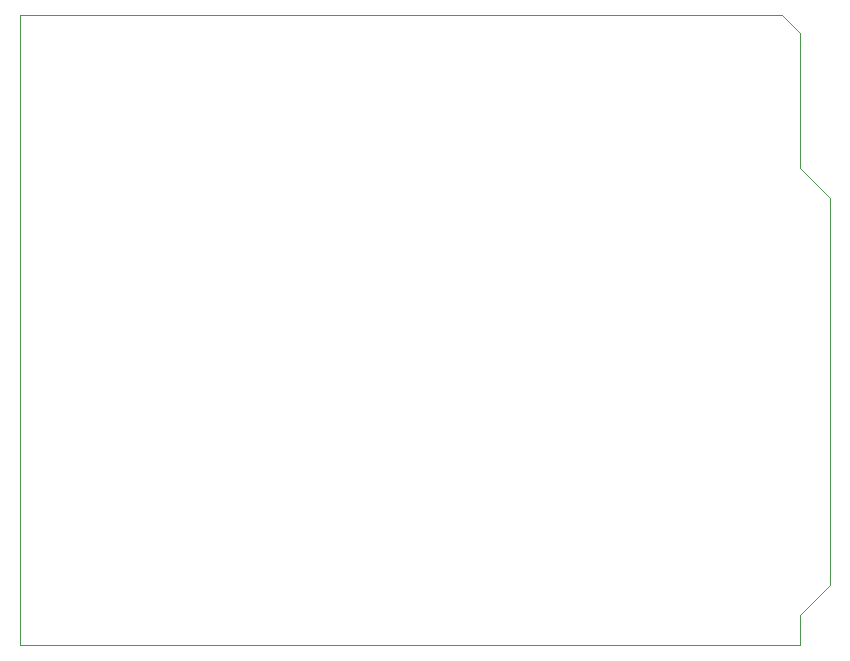
<source format=gbr>
%FSLAX44Y44*%
%OFA0.0000B0.0000*%
%SFA1B1*%
%MOMM*%
%ADD40C,0.0010X0.0000*%
%LNASSEMBLY_BOTTOM_ASSY*%
%LPD*%
G54D10*
G54D40*
X645160Y533400D2*
X0Y533400D1*
X660400Y518160D2*
X645160Y533400D1*
X660400Y403860D2*
X660400Y518160D1*
X685800Y378460D2*
X660400Y403860D1*
X685800Y50800D2*
X685800Y378460D1*
X660400Y25400D2*
X685800Y50800D1*
X660400Y0D2*
X660400Y25400D1*
X0Y0D2*
X660400Y0D1*
X0Y533400D2*
X0Y0D1*
M02*

</source>
